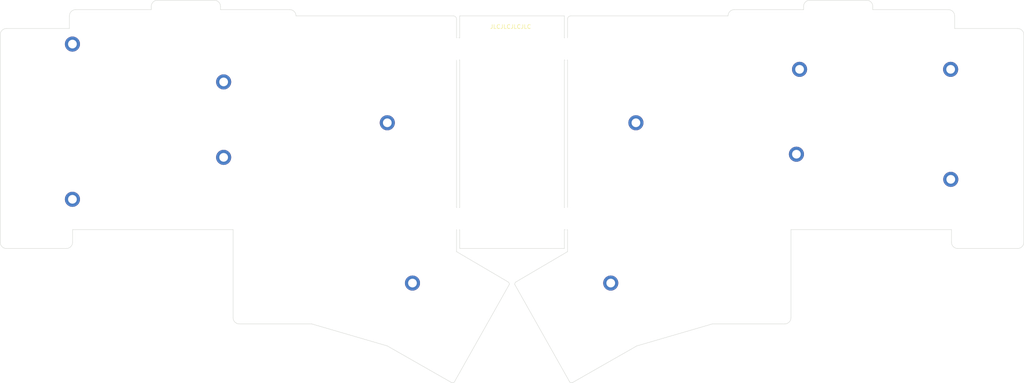
<source format=kicad_pcb>
(kicad_pcb (version 20211014) (generator pcbnew)
  (layers (0 "F.Cu" signal) (31 "B.Cu" signal) (34 "B.Paste" user) (35 "F.Paste" user) (36 "B.SilkS" user "B.Silkscreen") (37 "F.SilkS" user "F.Silkscreen") (38 "B.Mask" user) (39 "F.Mask" user) (44 "Edge.Cuts" user))
  (net 0 "")
  (footprint "MountingHole:MountingHole_2.2mm_M2_DIN965_Pad" (layer "F.Cu") (at 257.175 63.5)
    (fp_text reference "H15" hide)
    (fp_text value "MountingHole")
    (pad "1" thru_hole circle (at 0 0) (size 3.8 3.8) (drill 2.2) (layers *.Cu *.Mask))
  )
  (footprint "sepp:breakaway-mousebites" (layer "F.Cu") (at 132.69 101.22 -90)
    (fp_text reference "H9" hide)
    (fp_text value "mousebites" hide)
    (pad "" np_thru_hole circle (at 0 -0.254 270) (size 0.7874 0.7874) (drill 0.7874) (layers *.Cu *.Mask))
    (pad "" np_thru_hole circle (at 1.27 -0.254 270) (size 0.7874 0.7874) (drill 0.7874) (layers *.Cu *.Mask))
    (pad "" np_thru_hole circle (at -1.27 -0.254 270) (size 0.7874 0.7874) (drill 0.7874) (layers *.Cu *.Mask))
    (pad "" np_thru_hole circle (at 2.54 -0.254 270) (size 0.7874 0.7874) (drill 0.7874) (layers *.Cu *.Mask))
    (pad "" np_thru_hole circle (at -2.54 -0.254 270) (size 0.7874 0.7874) (drill 0.7874) (layers *.Cu *.Mask))
  )
  (footprint "sepp:breakaway-mousebites" (layer "F.Cu") (at 160.454 101.11 90)
    (fp_text reference "H7" hide)
    (fp_text value "mousebites" hide)
    (pad "" np_thru_hole circle (at 2.54 -0.254 90) (size 0.7874 0.7874) (drill 0.7874) (layers *.Cu *.Mask))
    (pad "" np_thru_hole circle (at 0 -0.254 90) (size 0.7874 0.7874) (drill 0.7874) (layers *.Cu *.Mask))
    (pad "" np_thru_hole circle (at -2.54 -0.254 90) (size 0.7874 0.7874) (drill 0.7874) (layers *.Cu *.Mask))
    (pad "" np_thru_hole circle (at -1.27 -0.254 90) (size 0.7874 0.7874) (drill 0.7874) (layers *.Cu *.Mask))
    (pad "" np_thru_hole circle (at 1.27 -0.254 90) (size 0.7874 0.7874) (drill 0.7874) (layers *.Cu *.Mask))
  )
  (footprint "MountingHole:MountingHole_2.2mm_M2_DIN965_Pad" (layer "F.Cu") (at 177.80025 76.9935)
    (fp_text reference "H12" hide)
    (fp_text value "MountingHole")
    (pad "1" thru_hole circle (at 0 0) (size 3.8 3.8) (drill 2.2) (layers *.Cu *.Mask))
  )
  (footprint "MountingHole:MountingHole_2.2mm_M2_DIN965_Pad" (layer "F.Cu") (at 35.68125 96.31875)
    (fp_text reference "H4" hide)
    (fp_text value "MountingHole")
    (pad "1" thru_hole circle (at 0 0) (size 3.8 3.8) (drill 2.2) (layers *.Cu *.Mask))
  )
  (footprint "MountingHole:MountingHole_2.2mm_M2_DIN965_Pad" (layer "F.Cu") (at 219.075 63.5)
    (fp_text reference "H11" hide)
    (fp_text value "MountingHole")
    (pad "1" thru_hole circle (at 0 0) (size 3.8 3.8) (drill 2.2) (layers *.Cu *.Mask))
  )
  (footprint "MountingHole:MountingHole_2.2mm_M2_DIN965_Pad" (layer "F.Cu") (at 35.68125 57.11875)
    (fp_text reference "H5" hide)
    (fp_text value "MountingHole")
    (pad "1" thru_hole circle (at 0 0) (size 3.8 3.8) (drill 2.2) (layers *.Cu *.Mask))
  )
  (footprint "MountingHole:MountingHole_2.2mm_M2_DIN965_Pad" (layer "F.Cu") (at 73.81875 66.675)
    (fp_text reference "H6" hide)
    (fp_text value "MountingHole")
    (pad "1" thru_hole circle (at 0 0) (size 3.8 3.8) (drill 2.2) (layers *.Cu *.Mask))
  )
  (footprint "sepp:breakaway-mousebites" (layer "F.Cu") (at 132.596 58.4 -90)
    (fp_text reference "H8" hide)
    (fp_text value "mousebites" hide)
    (pad "" np_thru_hole circle (at -2.54 -0.254 270) (size 0.7874 0.7874) (drill 0.7874) (layers *.Cu *.Mask))
    (pad "" np_thru_hole circle (at 2.54 -0.254 270) (size 0.7874 0.7874) (drill 0.7874) (layers *.Cu *.Mask))
    (pad "" np_thru_hole circle (at -1.27 -0.254 270) (size 0.7874 0.7874) (drill 0.7874) (layers *.Cu *.Mask))
    (pad "" np_thru_hole circle (at 0 -0.254 270) (size 0.7874 0.7874) (drill 0.7874) (layers *.Cu *.Mask))
    (pad "" np_thru_hole circle (at 1.27 -0.254 270) (size 0.7874 0.7874) (drill 0.7874) (layers *.Cu *.Mask))
  )
  (footprint "MountingHole:MountingHole_2.2mm_M2_DIN965_Pad" (layer "F.Cu") (at 218.28125 84.93125)
    (fp_text reference "H13" hide)
    (fp_text value "MountingHole")
    (pad "1" thru_hole circle (at 0 0) (size 3.8 3.8) (drill 2.2) (layers *.Cu *.Mask))
  )
  (footprint "MountingHole:MountingHole_2.2mm_M2_DIN965_Pad" (layer "F.Cu") (at 73.81875 85.725)
    (fp_text reference "H2" hide)
    (fp_text value "MountingHole")
    (pad "1" thru_hole circle (at 0 0) (size 3.8 3.8) (drill 2.2) (layers *.Cu *.Mask))
  )
  (footprint "MountingHole:MountingHole_2.2mm_M2_DIN965_Pad" (layer "F.Cu") (at 121.44375 117.475)
    (fp_text reference "H3" hide)
    (fp_text value "MountingHole")
    (pad "1" thru_hole circle (at 0 0) (size 3.8 3.8) (drill 2.2) (layers *.Cu *.Mask))
  )
  (footprint "MountingHole:MountingHole_2.2mm_M2_DIN965_Pad" (layer "F.Cu") (at 171.45 117.47425)
    (fp_text reference "H16" hide)
    (fp_text value "MountingHole")
    (pad "1" thru_hole circle (at 0 0) (size 3.8 3.8) (drill 2.2) (layers *.Cu *.Mask))
  )
  (footprint "MountingHole:MountingHole_2.2mm_M2_DIN965_Pad" (layer "F.Cu") (at 115.09375 76.99375)
    (fp_text reference "H1" hide)
    (fp_text value "MountingHole")
    (pad "1" thru_hole circle (at 0 0) (size 3.8 3.8) (drill 2.2) (layers *.Cu *.Mask))
  )
  (footprint "sepp:breakaway-mousebites" (layer "F.Cu") (at 160.46 58.31 90)
    (fp_text reference "H10" hide)
    (fp_text value "mousebites" hide)
    (pad "" np_thru_hole circle (at -2.54 -0.254 90) (size 0.7874 0.7874) (drill 0.7874) (layers *.Cu *.Mask))
    (pad "" np_thru_hole circle (at 0 -0.254 90) (size 0.7874 0.7874) (drill 0.7874) (layers *.Cu *.Mask))
    (pad "" np_thru_hole circle (at -1.27 -0.254 90) (size 0.7874 0.7874) (drill 0.7874) (layers *.Cu *.Mask))
    (pad "" np_thru_hole circle (at 1.27 -0.254 90) (size 0.7874 0.7874) (drill 0.7874) (layers *.Cu *.Mask))
    (pad "" np_thru_hole circle (at 2.54 -0.254 90) (size 0.7874 0.7874) (drill 0.7874) (layers *.Cu *.Mask))
  )
  (footprint "MountingHole:MountingHole_2.2mm_M2_DIN965_Pad" (layer "F.Cu") (at 257.212 91.28125)
    (fp_text reference "H14" hide)
    (fp_text value "MountingHole")
    (pad "1" thru_hole circle (at 0 0) (size 3.8 3.8) (drill 2.2) (layers *.Cu *.Mask))
  )
  (gr_line (start 34.13125 108.74375) (end 19.05 108.74375) (layer "Edge.Cuts") (width 0.1))
  (gr_line (start 57.15 46.0375) (end 71.4375 46.0375) (layer "Edge.Cuts") (width 0.1))
  (gr_line (start 34.925 53.18125) (end 34.925 50.00625) (layer "Edge.Cuts") (width 0.1))
  (gr_arc (start 216.907748 126.20625) (mid 216.44278 127.328782) (end 215.320248 127.79375) (layer "Edge.Cuts") (width 0.1))
  (gr_line (start 275.645248 107.15625) (end 275.645248 54.76875) (layer "Edge.Cuts") (width 0.1))
  (gr_arc (start 220.082748 47.625) (mid 220.547716 46.502468) (end 221.670248 46.0375) (layer "Edge.Cuts") (width 0.1))
  (gr_line (start 132.55625 61.11875) (end 133.35 61.11875) (layer "Edge.Cuts") (width 0.1))
  (gr_line (start 160.551498 55.5625) (end 160.551498 50.8) (layer "Edge.Cuts") (width 0.1))
  (gr_line (start 237.545248 47.625) (end 237.545248 48.41875) (layer "Edge.Cuts") (width 0.1))
  (gr_line (start 17.4625 54.76875) (end 17.4625 107.15625) (layer "Edge.Cuts") (width 0.1))
  (gr_line (start 160.551498 61.11875) (end 160.551498 98.425) (layer "Edge.Cuts") (width 0.1))
  (gr_arc (start 17.4625 54.76875) (mid 17.927468 53.646218) (end 19.05 53.18125) (layer "Edge.Cuts") (width 0.1))
  (gr_line (start 73.025 48.41875) (end 90.4875 48.41875) (layer "Edge.Cuts") (width 0.1))
  (gr_line (start 115.09375 133.35) (end 96.04375 127.79375) (layer "Edge.Cuts") (width 0.1))
  (gr_line (start 159.757748 50.00625) (end 159.757748 55.5625) (layer "Edge.Cuts") (width 0.1))
  (gr_line (start 132.55625 98.425) (end 132.55625 61.11875) (layer "Edge.Cuts") (width 0.1))
  (gr_arc (start 19.05 108.74375) (mid 17.927468 108.278782) (end 17.4625 107.15625) (layer "Edge.Cuts") (width 0.1))
  (gr_line (start 257.388998 107.15625) (end 257.388998 103.98125) (layer "Edge.Cuts") (width 0.1))
  (gr_line (start 159.757748 55.5625) (end 160.551498 55.5625) (layer "Edge.Cuts") (width 0.1))
  (gr_line (start 132.55625 103.98125) (end 133.35 103.98125) (layer "Edge.Cuts") (width 0.1))
  (gr_line (start 131.33125 142.61875) (end 115.09375 133.35) (layer "Edge.Cuts") (width 0.1))
  (gr_line (start 159.757748 98.425) (end 159.757748 61.11875) (layer "Edge.Cuts") (width 0.1))
  (gr_line (start 133.35 98.425) (end 132.55625 98.425) (layer "Edge.Cuts") (width 0.1))
  (gr_line (start 216.907748 103.98125) (end 216.907748 126.20625) (layer "Edge.Cuts") (width 0.1))
  (gr_line (start 92.075 50.00625) (end 131.7625 50.00625) (layer "Edge.Cuts") (width 0.1))
  (gr_arc (start 160.551498 50.8) (mid 160.783982 50.238734) (end 161.345248 50.00625) (layer "Edge.Cuts") (width 0.1))
  (gr_line (start 197.063998 127.79375) (end 178.013998 133.35) (layer "Edge.Cuts") (width 0.1))
  (gr_arc (start 147.266044 117.859624) (mid 147.305045 117.461959) (end 147.576498 117.16875) (layer "Edge.Cuts") (width 0.1))
  (gr_line (start 258.182748 50.00625) (end 258.182748 53.18125) (layer "Edge.Cuts") (width 0.1))
  (gr_line (start 237.545248 48.41875) (end 256.595248 48.41875) (layer "Edge.Cuts") (width 0.1))
  (gr_line (start 35.71875 103.98125) (end 35.71875 107.15625) (layer "Edge.Cuts") (width 0.1))
  (gr_arc (start 258.976498 108.74375) (mid 257.853966 108.278782) (end 257.388998 107.15625) (layer "Edge.Cuts") (width 0.1))
  (gr_line (start 161.345248 50.00625) (end 201.032748 50.00625) (layer "Edge.Cuts") (width 0.1))
  (gr_line (start 159.757748 98.425) (end 160.551498 98.425) (layer "Edge.Cuts") (width 0.1))
  (gr_line (start 178.013998 133.35) (end 161.776498 142.61875) (layer "Edge.Cuts") (width 0.1))
  (gr_arc (start 201.032748 50.00625) (mid 201.497716 48.883718) (end 202.620248 48.41875) (layer "Edge.Cuts") (width 0.1))
  (gr_line (start 145.841704 117.859624) (end 132.08125 142.31875) (layer "Edge.Cuts") (width 0.1))
  (gr_line (start 221.670248 46.0375) (end 235.957748 46.0375) (layer "Edge.Cuts") (width 0.1))
  (gr_line (start 73.025 47.625) (end 73.025 48.41875) (layer "Edge.Cuts") (width 0.1))
  (gr_line (start 274.057748 108.74375) (end 258.976498 108.74375) (layer "Edge.Cuts") (width 0.1))
  (gr_line (start 161.026498 142.31875) (end 147.266044 117.859624) (layer "Edge.Cuts") (width 0.1))
  (gr_arc (start 145.53125 117.16875) (mid 145.802703 117.461959) (end 145.841704 117.859624) (layer "Edge.Cuts") (width 0.1))
  (gr_line (start 159.757748 108.74375) (end 156.36875 108.74375) (layer "Edge.Cuts") (width 0.1))
  (gr_arc (start 55.5625 47.625) (mid 56.027468 46.502468) (end 57.15 46.0375) (layer "Edge.Cuts") (width 0.1))
  (gr_line (start 133.35 55.5625) (end 133.35 50.00625) (layer "Edge.Cuts") (width 0.1))
  (gr_arc (start 256.595248 48.41875) (mid 257.71778 48.883718) (end 258.182748 50.00625) (layer "Edge.Cuts") (width 0.1))
  (gr_line (start 215.320248 127.79375) (end 197.063998 127.79375) (layer "Edge.Cuts") (width 0.1))
  (gr_line (start 159.757748 61.11875) (end 160.551498 61.11875) (layer "Edge.Cuts") (width 0.1))
  (gr_line (start 132.55625 109.5375) (end 145.53125 117.16875) (layer "Edge.Cuts") (width 0.1))
  (gr_arc (start 131.7625 50.00625) (mid 132.323766 50.238734) (end 132.55625 50.8) (layer "Edge.Cuts") (width 0.1))
  (gr_arc (start 35.71875 107.15625) (mid 35.253782 108.278782) (end 34.13125 108.74375) (layer "Edge.Cuts") (width 0.1))
  (gr_arc (start 132.08125 142.31875) (mid 131.770863 142.630283) (end 131.33125 142.61875) (layer "Edge.Cuts") (width 0.1))
  (gr_line (start 132.55625 50.8) (end 132.55625 55.5625) (layer "Edge.Cuts") (width 0.1))
  (gr_line (start 76.2 126.20625) (end 76.2 103.98125) (layer "Edge.Cuts") (width 0.1))
  (gr_arc (start 275.645248 107.15625) (mid 275.18028 108.278782) (end 274.057748 108.74375) (layer "Edge.Cuts") (width 0.1))
  (gr_arc (start 90.4875 48.41875) (mid 91.610032 48.883718) (end 92.075 50.00625) (layer "Edge.Cuts") (width 0.1))
  (gr_arc (start 34.925 50.00625) (mid 35.389968 48.883718) (end 36.5125 48.41875) (layer "Edge.Cuts") (width 0.1))
  (gr_line (start 160.551498 109.5375) (end 160.551498 103.98125) (layer "Edge.Cuts") (width 0.1))
  (gr_line (start 258.182748 53.18125) (end 274.057748 53.18125) (layer "Edge.Cuts") (width 0.1))
  (gr_line (start 257.388998 103.98125) (end 216.907748 103.98125) (layer "Edge.Cuts") (width 0.1))
  (gr_arc (start 235.957748 46.0375) (mid 237.08028 46.502468) (end 237.545248 47.625) (layer "Edge.Cuts") (width 0.1))
  (gr_line (start 19.05 53.18125) (end 34.925 53.18125) (layer "Edge.Cuts") (width 0.1))
  (gr_line (start 76.2 103.98125) (end 35.71875 103.98125) (layer "Edge.Cuts") (width 0.1))
  (gr_line (start 133.35 61.11875) (end 133.35 98.425) (layer "Edge.Cuts") (width 0.1))
  (gr_line (start 133.35 50.00625) (end 159.757748 50.00625) (layer "Edge.Cuts") (width 0.1))
  (gr_line (start 220.082748 48.41875) (end 220.082748 47.625) (layer "Edge.Cuts") (width 0.1))
  (gr_line (start 159.757748 103.98125) (end 159.757748 108.74375) (layer "Edge.Cuts") (width 0.1))
  (gr_line (start 147.576498 117.16875) (end 160.551498 109.5375) (layer "Edge.Cuts") (width 0.1))
  (gr_line (start 132.55625 55.5625) (end 133.35 55.5625) (layer "Edge.Cuts") (width 0.1))
  (gr_line (start 55.5625 48.41875) (end 55.5625 47.625) (layer "Edge.Cuts") (width 0.1))
  (gr_arc (start 161.776498 142.61875) (mid 161.336885 142.630283) (end 161.026498 142.31875) (layer "Edge.Cuts") (width 0.1))
  (gr_line (start 202.620248 48.41875) (end 220.082748 48.41875) (layer "Edge.Cuts") (width 0.1))
  (gr_line (start 133.35 108.74375) (end 156.36875 108.74375) (layer "Edge.Cuts") (width 0.1))
  (gr_arc (start 77.7875 127.79375) (mid 76.664968 127.328782) (end 76.2 126.20625) (layer "Edge.Cuts") (width 0.1))
  (gr_arc (start 274.057748 53.18125) (mid 275.18028 53.646218) (end 275.645248 54.76875) (layer "Edge.Cuts") (width 0.1))
  (gr_line (start 132.55625 109.5375) (end 132.55625 103.98125) (layer "Edge.Cuts") (width 0.1))
  (gr_line (start 96.04375 127.79375) (end 77.7875 127.79375) (layer "Edge.Cuts") (width 0.1))
  (gr_line (start 159.757748 103.98125) (end 160.551498 103.98125) (layer "Edge.Cuts") (width 0.1))
  (gr_arc (start 71.4375 46.0375) (mid 72.560032 46.502468) (end 73.025 47.625) (layer "Edge.Cuts") (width 0.1))
  (gr_line (start 36.5125 48.41875) (end 55.5625 48.41875) (layer "Edge.Cuts") (width 0.1))
  (gr_line (start 133.35 103.98125) (end 133.35 108.74375) (layer "Edge.Cuts") (width 0.1))
  (gr_text "JLCJLCJLCJLC" (at 146.18 52.74) (layer "F.SilkS") (effects (font (size 1 1))))
)
</source>
